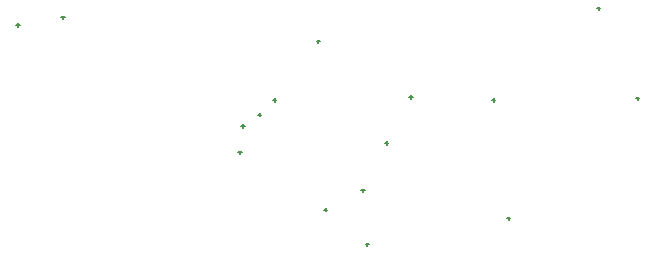
<source format=gbr>
%TF.GenerationSoftware,Altium Limited,Altium Designer,24.6.1 (21)*%
G04 Layer_Color=128*
%FSLAX45Y45*%
%MOMM*%
%TF.SameCoordinates,D6E34864-ACFE-43FA-A01B-F9739AC3D18D*%
%TF.FilePolarity,Positive*%
%TF.FileFunction,Drillmap*%
%TF.Part,Single*%
G01*
G75*
%TA.AperFunction,NonConductor*%
%ADD54C,0.12700*%
D54*
X-1728825Y4764748D02*
X-1698825D01*
X-1713825Y4749748D02*
Y4779748D01*
X-1871100Y4668857D02*
X-1841100D01*
X-1856100Y4653857D02*
Y4683857D01*
X-446800Y4914900D02*
X-416800D01*
X-431800Y4899900D02*
Y4929900D01*
X-817790Y3664767D02*
X-787790D01*
X-802790Y3649767D02*
Y3679767D01*
X378700Y3886200D02*
X408700D01*
X393700Y3871200D02*
Y3901200D01*
X-853649Y4122521D02*
X-823649D01*
X-838649Y4107521D02*
Y4137521D01*
X-1170700Y3959450D02*
X-1140700D01*
X-1155700Y3944450D02*
Y3974450D01*
X1139910Y5663410D02*
X1169910D01*
X1154910Y5648410D02*
Y5678410D01*
X-1231314Y5384010D02*
X-1201314D01*
X-1216314Y5369010D02*
Y5399010D01*
X-3393990Y5587210D02*
X-3363990D01*
X-3378990Y5572210D02*
Y5602210D01*
X250910Y4888710D02*
X280910D01*
X265910Y4873710D02*
Y4903710D01*
X-653740Y4523361D02*
X-623740D01*
X-638740Y4508361D02*
Y4538360D01*
X-1894600Y4445000D02*
X-1864600D01*
X-1879600Y4430000D02*
Y4460000D01*
X-1603290Y4888710D02*
X-1573290D01*
X-1588290Y4873710D02*
Y4903710D01*
X1470110Y4901410D02*
X1500110D01*
X1485110Y4886410D02*
Y4916410D01*
X-3774200Y5524500D02*
X-3744200D01*
X-3759200Y5509500D02*
Y5539500D01*
%TF.MD5,93d08d9b38c482f7fa72777f685000b7*%
M02*

</source>
